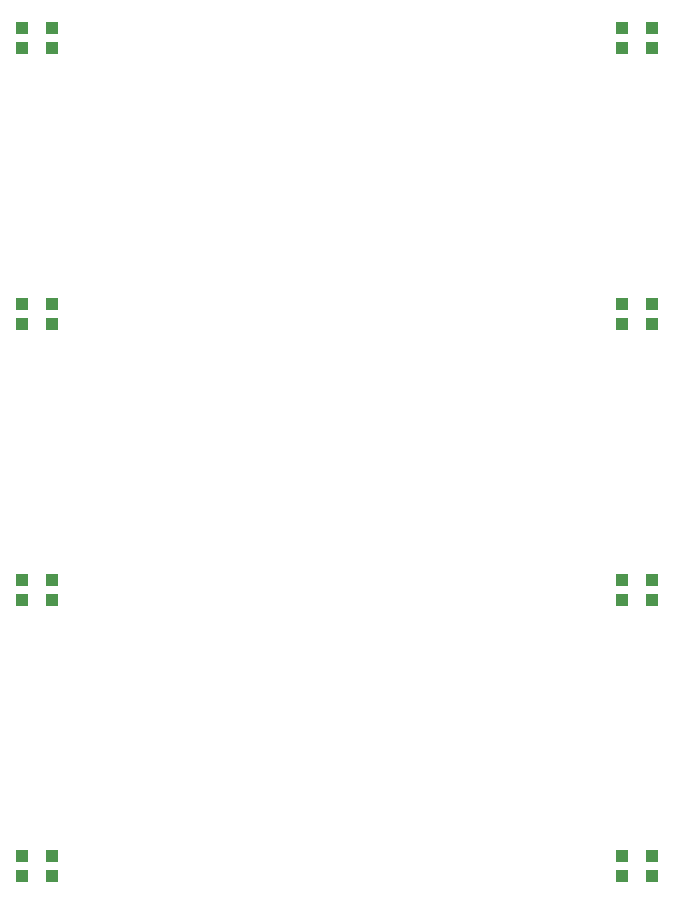
<source format=gbp>
G75*
%MOIN*%
%OFA0B0*%
%FSLAX25Y25*%
%IPPOS*%
%LPD*%
%AMOC8*
5,1,8,0,0,1.08239X$1,22.5*
%
%ADD10R,0.03937X0.04331*%
D10*
X0131092Y0052654D03*
X0131092Y0059346D03*
X0141092Y0059346D03*
X0141092Y0052654D03*
X0141092Y0144654D03*
X0141092Y0151346D03*
X0131092Y0151346D03*
X0131092Y0144654D03*
X0131092Y0236654D03*
X0131092Y0243346D03*
X0141092Y0243346D03*
X0141092Y0236654D03*
X0141092Y0328654D03*
X0141092Y0335346D03*
X0131092Y0335346D03*
X0131092Y0328654D03*
X0331092Y0328654D03*
X0331092Y0335346D03*
X0341092Y0335346D03*
X0341092Y0328654D03*
X0341092Y0243346D03*
X0341092Y0236654D03*
X0331092Y0236654D03*
X0331092Y0243346D03*
X0331092Y0151346D03*
X0331092Y0144654D03*
X0341092Y0144654D03*
X0341092Y0151346D03*
X0341092Y0059346D03*
X0341092Y0052654D03*
X0331092Y0052654D03*
X0331092Y0059346D03*
M02*

</source>
